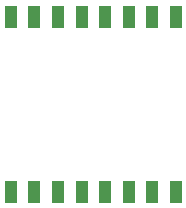
<source format=gbr>
%TF.GenerationSoftware,KiCad,Pcbnew,8.0.5*%
%TF.CreationDate,2025-05-15T22:27:58+02:00*%
%TF.ProjectId,nodo_central,6e6f646f-5f63-4656-9e74-72616c2e6b69,rev?*%
%TF.SameCoordinates,Original*%
%TF.FileFunction,Paste,Top*%
%TF.FilePolarity,Positive*%
%FSLAX46Y46*%
G04 Gerber Fmt 4.6, Leading zero omitted, Abs format (unit mm)*
G04 Created by KiCad (PCBNEW 8.0.5) date 2025-05-15 22:27:58*
%MOMM*%
%LPD*%
G01*
G04 APERTURE LIST*
%ADD10R,1.050000X1.950000*%
G04 APERTURE END LIST*
D10*
%TO.C,LoRaSX1*%
X118300000Y-49383273D03*
X116300000Y-49383273D03*
X114300000Y-49383273D03*
X112300000Y-49383273D03*
X110300000Y-49383273D03*
X108300000Y-49383273D03*
X106300000Y-49383273D03*
X104300000Y-49383273D03*
X104300000Y-64183273D03*
X106300000Y-64183273D03*
X108300000Y-64183273D03*
X110300000Y-64183273D03*
X112300000Y-64183273D03*
X114300000Y-64183273D03*
X116300000Y-64183273D03*
X118300000Y-64183273D03*
%TD*%
M02*

</source>
